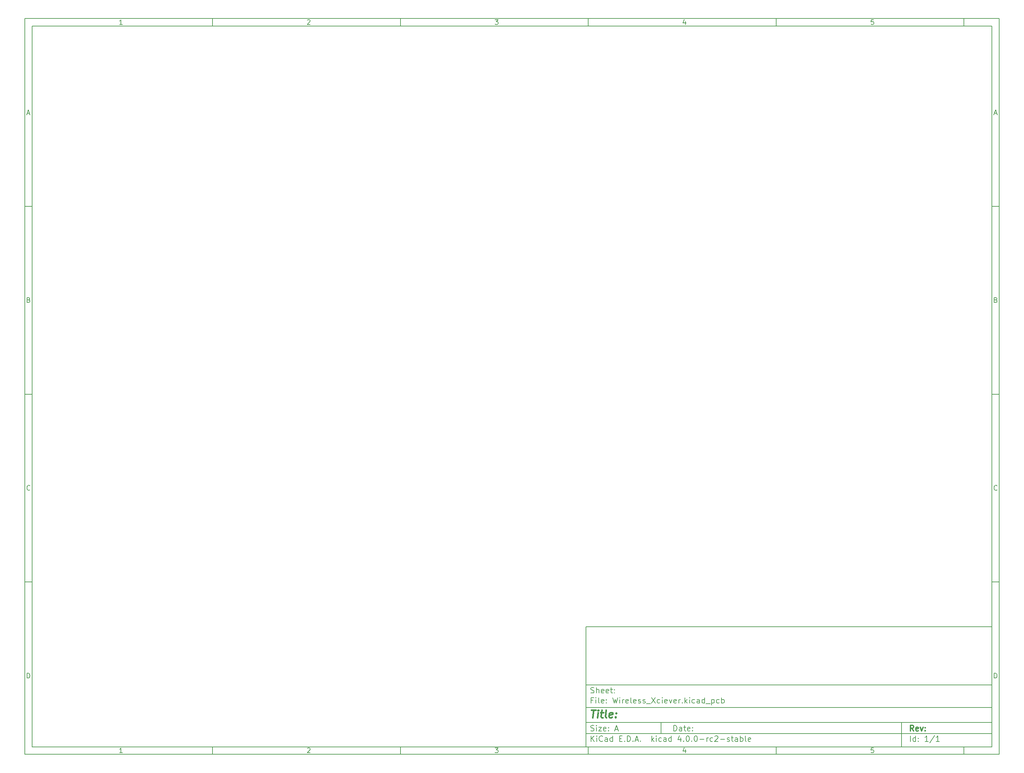
<source format=gbr>
G04 #@! TF.FileFunction,Other,ECO1*
%FSLAX46Y46*%
G04 Gerber Fmt 4.6, Leading zero omitted, Abs format (unit mm)*
G04 Created by KiCad (PCBNEW 4.0.0-rc2-stable) date 1/25/2016 6:21:02 PM*
%MOMM*%
G01*
G04 APERTURE LIST*
%ADD10C,0.100000*%
%ADD11C,0.150000*%
%ADD12C,0.300000*%
%ADD13C,0.400000*%
G04 APERTURE END LIST*
D10*
D11*
X159400000Y-171900000D02*
X159400000Y-203900000D01*
X267400000Y-203900000D01*
X267400000Y-171900000D01*
X159400000Y-171900000D01*
D10*
D11*
X10000000Y-10000000D02*
X10000000Y-205900000D01*
X269400000Y-205900000D01*
X269400000Y-10000000D01*
X10000000Y-10000000D01*
D10*
D11*
X12000000Y-12000000D02*
X12000000Y-203900000D01*
X267400000Y-203900000D01*
X267400000Y-12000000D01*
X12000000Y-12000000D01*
D10*
D11*
X60000000Y-12000000D02*
X60000000Y-10000000D01*
D10*
D11*
X110000000Y-12000000D02*
X110000000Y-10000000D01*
D10*
D11*
X160000000Y-12000000D02*
X160000000Y-10000000D01*
D10*
D11*
X210000000Y-12000000D02*
X210000000Y-10000000D01*
D10*
D11*
X260000000Y-12000000D02*
X260000000Y-10000000D01*
D10*
D11*
X35990476Y-11588095D02*
X35247619Y-11588095D01*
X35619048Y-11588095D02*
X35619048Y-10288095D01*
X35495238Y-10473810D01*
X35371429Y-10597619D01*
X35247619Y-10659524D01*
D10*
D11*
X85247619Y-10411905D02*
X85309524Y-10350000D01*
X85433333Y-10288095D01*
X85742857Y-10288095D01*
X85866667Y-10350000D01*
X85928571Y-10411905D01*
X85990476Y-10535714D01*
X85990476Y-10659524D01*
X85928571Y-10845238D01*
X85185714Y-11588095D01*
X85990476Y-11588095D01*
D10*
D11*
X135185714Y-10288095D02*
X135990476Y-10288095D01*
X135557143Y-10783333D01*
X135742857Y-10783333D01*
X135866667Y-10845238D01*
X135928571Y-10907143D01*
X135990476Y-11030952D01*
X135990476Y-11340476D01*
X135928571Y-11464286D01*
X135866667Y-11526190D01*
X135742857Y-11588095D01*
X135371429Y-11588095D01*
X135247619Y-11526190D01*
X135185714Y-11464286D01*
D10*
D11*
X185866667Y-10721429D02*
X185866667Y-11588095D01*
X185557143Y-10226190D02*
X185247619Y-11154762D01*
X186052381Y-11154762D01*
D10*
D11*
X235928571Y-10288095D02*
X235309524Y-10288095D01*
X235247619Y-10907143D01*
X235309524Y-10845238D01*
X235433333Y-10783333D01*
X235742857Y-10783333D01*
X235866667Y-10845238D01*
X235928571Y-10907143D01*
X235990476Y-11030952D01*
X235990476Y-11340476D01*
X235928571Y-11464286D01*
X235866667Y-11526190D01*
X235742857Y-11588095D01*
X235433333Y-11588095D01*
X235309524Y-11526190D01*
X235247619Y-11464286D01*
D10*
D11*
X60000000Y-203900000D02*
X60000000Y-205900000D01*
D10*
D11*
X110000000Y-203900000D02*
X110000000Y-205900000D01*
D10*
D11*
X160000000Y-203900000D02*
X160000000Y-205900000D01*
D10*
D11*
X210000000Y-203900000D02*
X210000000Y-205900000D01*
D10*
D11*
X260000000Y-203900000D02*
X260000000Y-205900000D01*
D10*
D11*
X35990476Y-205488095D02*
X35247619Y-205488095D01*
X35619048Y-205488095D02*
X35619048Y-204188095D01*
X35495238Y-204373810D01*
X35371429Y-204497619D01*
X35247619Y-204559524D01*
D10*
D11*
X85247619Y-204311905D02*
X85309524Y-204250000D01*
X85433333Y-204188095D01*
X85742857Y-204188095D01*
X85866667Y-204250000D01*
X85928571Y-204311905D01*
X85990476Y-204435714D01*
X85990476Y-204559524D01*
X85928571Y-204745238D01*
X85185714Y-205488095D01*
X85990476Y-205488095D01*
D10*
D11*
X135185714Y-204188095D02*
X135990476Y-204188095D01*
X135557143Y-204683333D01*
X135742857Y-204683333D01*
X135866667Y-204745238D01*
X135928571Y-204807143D01*
X135990476Y-204930952D01*
X135990476Y-205240476D01*
X135928571Y-205364286D01*
X135866667Y-205426190D01*
X135742857Y-205488095D01*
X135371429Y-205488095D01*
X135247619Y-205426190D01*
X135185714Y-205364286D01*
D10*
D11*
X185866667Y-204621429D02*
X185866667Y-205488095D01*
X185557143Y-204126190D02*
X185247619Y-205054762D01*
X186052381Y-205054762D01*
D10*
D11*
X235928571Y-204188095D02*
X235309524Y-204188095D01*
X235247619Y-204807143D01*
X235309524Y-204745238D01*
X235433333Y-204683333D01*
X235742857Y-204683333D01*
X235866667Y-204745238D01*
X235928571Y-204807143D01*
X235990476Y-204930952D01*
X235990476Y-205240476D01*
X235928571Y-205364286D01*
X235866667Y-205426190D01*
X235742857Y-205488095D01*
X235433333Y-205488095D01*
X235309524Y-205426190D01*
X235247619Y-205364286D01*
D10*
D11*
X10000000Y-60000000D02*
X12000000Y-60000000D01*
D10*
D11*
X10000000Y-110000000D02*
X12000000Y-110000000D01*
D10*
D11*
X10000000Y-160000000D02*
X12000000Y-160000000D01*
D10*
D11*
X10690476Y-35216667D02*
X11309524Y-35216667D01*
X10566667Y-35588095D02*
X11000000Y-34288095D01*
X11433333Y-35588095D01*
D10*
D11*
X11092857Y-84907143D02*
X11278571Y-84969048D01*
X11340476Y-85030952D01*
X11402381Y-85154762D01*
X11402381Y-85340476D01*
X11340476Y-85464286D01*
X11278571Y-85526190D01*
X11154762Y-85588095D01*
X10659524Y-85588095D01*
X10659524Y-84288095D01*
X11092857Y-84288095D01*
X11216667Y-84350000D01*
X11278571Y-84411905D01*
X11340476Y-84535714D01*
X11340476Y-84659524D01*
X11278571Y-84783333D01*
X11216667Y-84845238D01*
X11092857Y-84907143D01*
X10659524Y-84907143D01*
D10*
D11*
X11402381Y-135464286D02*
X11340476Y-135526190D01*
X11154762Y-135588095D01*
X11030952Y-135588095D01*
X10845238Y-135526190D01*
X10721429Y-135402381D01*
X10659524Y-135278571D01*
X10597619Y-135030952D01*
X10597619Y-134845238D01*
X10659524Y-134597619D01*
X10721429Y-134473810D01*
X10845238Y-134350000D01*
X11030952Y-134288095D01*
X11154762Y-134288095D01*
X11340476Y-134350000D01*
X11402381Y-134411905D01*
D10*
D11*
X10659524Y-185588095D02*
X10659524Y-184288095D01*
X10969048Y-184288095D01*
X11154762Y-184350000D01*
X11278571Y-184473810D01*
X11340476Y-184597619D01*
X11402381Y-184845238D01*
X11402381Y-185030952D01*
X11340476Y-185278571D01*
X11278571Y-185402381D01*
X11154762Y-185526190D01*
X10969048Y-185588095D01*
X10659524Y-185588095D01*
D10*
D11*
X269400000Y-60000000D02*
X267400000Y-60000000D01*
D10*
D11*
X269400000Y-110000000D02*
X267400000Y-110000000D01*
D10*
D11*
X269400000Y-160000000D02*
X267400000Y-160000000D01*
D10*
D11*
X268090476Y-35216667D02*
X268709524Y-35216667D01*
X267966667Y-35588095D02*
X268400000Y-34288095D01*
X268833333Y-35588095D01*
D10*
D11*
X268492857Y-84907143D02*
X268678571Y-84969048D01*
X268740476Y-85030952D01*
X268802381Y-85154762D01*
X268802381Y-85340476D01*
X268740476Y-85464286D01*
X268678571Y-85526190D01*
X268554762Y-85588095D01*
X268059524Y-85588095D01*
X268059524Y-84288095D01*
X268492857Y-84288095D01*
X268616667Y-84350000D01*
X268678571Y-84411905D01*
X268740476Y-84535714D01*
X268740476Y-84659524D01*
X268678571Y-84783333D01*
X268616667Y-84845238D01*
X268492857Y-84907143D01*
X268059524Y-84907143D01*
D10*
D11*
X268802381Y-135464286D02*
X268740476Y-135526190D01*
X268554762Y-135588095D01*
X268430952Y-135588095D01*
X268245238Y-135526190D01*
X268121429Y-135402381D01*
X268059524Y-135278571D01*
X267997619Y-135030952D01*
X267997619Y-134845238D01*
X268059524Y-134597619D01*
X268121429Y-134473810D01*
X268245238Y-134350000D01*
X268430952Y-134288095D01*
X268554762Y-134288095D01*
X268740476Y-134350000D01*
X268802381Y-134411905D01*
D10*
D11*
X268059524Y-185588095D02*
X268059524Y-184288095D01*
X268369048Y-184288095D01*
X268554762Y-184350000D01*
X268678571Y-184473810D01*
X268740476Y-184597619D01*
X268802381Y-184845238D01*
X268802381Y-185030952D01*
X268740476Y-185278571D01*
X268678571Y-185402381D01*
X268554762Y-185526190D01*
X268369048Y-185588095D01*
X268059524Y-185588095D01*
D10*
D11*
X182757143Y-199678571D02*
X182757143Y-198178571D01*
X183114286Y-198178571D01*
X183328571Y-198250000D01*
X183471429Y-198392857D01*
X183542857Y-198535714D01*
X183614286Y-198821429D01*
X183614286Y-199035714D01*
X183542857Y-199321429D01*
X183471429Y-199464286D01*
X183328571Y-199607143D01*
X183114286Y-199678571D01*
X182757143Y-199678571D01*
X184900000Y-199678571D02*
X184900000Y-198892857D01*
X184828571Y-198750000D01*
X184685714Y-198678571D01*
X184400000Y-198678571D01*
X184257143Y-198750000D01*
X184900000Y-199607143D02*
X184757143Y-199678571D01*
X184400000Y-199678571D01*
X184257143Y-199607143D01*
X184185714Y-199464286D01*
X184185714Y-199321429D01*
X184257143Y-199178571D01*
X184400000Y-199107143D01*
X184757143Y-199107143D01*
X184900000Y-199035714D01*
X185400000Y-198678571D02*
X185971429Y-198678571D01*
X185614286Y-198178571D02*
X185614286Y-199464286D01*
X185685714Y-199607143D01*
X185828572Y-199678571D01*
X185971429Y-199678571D01*
X187042857Y-199607143D02*
X186900000Y-199678571D01*
X186614286Y-199678571D01*
X186471429Y-199607143D01*
X186400000Y-199464286D01*
X186400000Y-198892857D01*
X186471429Y-198750000D01*
X186614286Y-198678571D01*
X186900000Y-198678571D01*
X187042857Y-198750000D01*
X187114286Y-198892857D01*
X187114286Y-199035714D01*
X186400000Y-199178571D01*
X187757143Y-199535714D02*
X187828571Y-199607143D01*
X187757143Y-199678571D01*
X187685714Y-199607143D01*
X187757143Y-199535714D01*
X187757143Y-199678571D01*
X187757143Y-198750000D02*
X187828571Y-198821429D01*
X187757143Y-198892857D01*
X187685714Y-198821429D01*
X187757143Y-198750000D01*
X187757143Y-198892857D01*
D10*
D11*
X159400000Y-200400000D02*
X267400000Y-200400000D01*
D10*
D11*
X160757143Y-202478571D02*
X160757143Y-200978571D01*
X161614286Y-202478571D02*
X160971429Y-201621429D01*
X161614286Y-200978571D02*
X160757143Y-201835714D01*
X162257143Y-202478571D02*
X162257143Y-201478571D01*
X162257143Y-200978571D02*
X162185714Y-201050000D01*
X162257143Y-201121429D01*
X162328571Y-201050000D01*
X162257143Y-200978571D01*
X162257143Y-201121429D01*
X163828572Y-202335714D02*
X163757143Y-202407143D01*
X163542857Y-202478571D01*
X163400000Y-202478571D01*
X163185715Y-202407143D01*
X163042857Y-202264286D01*
X162971429Y-202121429D01*
X162900000Y-201835714D01*
X162900000Y-201621429D01*
X162971429Y-201335714D01*
X163042857Y-201192857D01*
X163185715Y-201050000D01*
X163400000Y-200978571D01*
X163542857Y-200978571D01*
X163757143Y-201050000D01*
X163828572Y-201121429D01*
X165114286Y-202478571D02*
X165114286Y-201692857D01*
X165042857Y-201550000D01*
X164900000Y-201478571D01*
X164614286Y-201478571D01*
X164471429Y-201550000D01*
X165114286Y-202407143D02*
X164971429Y-202478571D01*
X164614286Y-202478571D01*
X164471429Y-202407143D01*
X164400000Y-202264286D01*
X164400000Y-202121429D01*
X164471429Y-201978571D01*
X164614286Y-201907143D01*
X164971429Y-201907143D01*
X165114286Y-201835714D01*
X166471429Y-202478571D02*
X166471429Y-200978571D01*
X166471429Y-202407143D02*
X166328572Y-202478571D01*
X166042858Y-202478571D01*
X165900000Y-202407143D01*
X165828572Y-202335714D01*
X165757143Y-202192857D01*
X165757143Y-201764286D01*
X165828572Y-201621429D01*
X165900000Y-201550000D01*
X166042858Y-201478571D01*
X166328572Y-201478571D01*
X166471429Y-201550000D01*
X168328572Y-201692857D02*
X168828572Y-201692857D01*
X169042858Y-202478571D02*
X168328572Y-202478571D01*
X168328572Y-200978571D01*
X169042858Y-200978571D01*
X169685715Y-202335714D02*
X169757143Y-202407143D01*
X169685715Y-202478571D01*
X169614286Y-202407143D01*
X169685715Y-202335714D01*
X169685715Y-202478571D01*
X170400001Y-202478571D02*
X170400001Y-200978571D01*
X170757144Y-200978571D01*
X170971429Y-201050000D01*
X171114287Y-201192857D01*
X171185715Y-201335714D01*
X171257144Y-201621429D01*
X171257144Y-201835714D01*
X171185715Y-202121429D01*
X171114287Y-202264286D01*
X170971429Y-202407143D01*
X170757144Y-202478571D01*
X170400001Y-202478571D01*
X171900001Y-202335714D02*
X171971429Y-202407143D01*
X171900001Y-202478571D01*
X171828572Y-202407143D01*
X171900001Y-202335714D01*
X171900001Y-202478571D01*
X172542858Y-202050000D02*
X173257144Y-202050000D01*
X172400001Y-202478571D02*
X172900001Y-200978571D01*
X173400001Y-202478571D01*
X173900001Y-202335714D02*
X173971429Y-202407143D01*
X173900001Y-202478571D01*
X173828572Y-202407143D01*
X173900001Y-202335714D01*
X173900001Y-202478571D01*
X176900001Y-202478571D02*
X176900001Y-200978571D01*
X177042858Y-201907143D02*
X177471429Y-202478571D01*
X177471429Y-201478571D02*
X176900001Y-202050000D01*
X178114287Y-202478571D02*
X178114287Y-201478571D01*
X178114287Y-200978571D02*
X178042858Y-201050000D01*
X178114287Y-201121429D01*
X178185715Y-201050000D01*
X178114287Y-200978571D01*
X178114287Y-201121429D01*
X179471430Y-202407143D02*
X179328573Y-202478571D01*
X179042859Y-202478571D01*
X178900001Y-202407143D01*
X178828573Y-202335714D01*
X178757144Y-202192857D01*
X178757144Y-201764286D01*
X178828573Y-201621429D01*
X178900001Y-201550000D01*
X179042859Y-201478571D01*
X179328573Y-201478571D01*
X179471430Y-201550000D01*
X180757144Y-202478571D02*
X180757144Y-201692857D01*
X180685715Y-201550000D01*
X180542858Y-201478571D01*
X180257144Y-201478571D01*
X180114287Y-201550000D01*
X180757144Y-202407143D02*
X180614287Y-202478571D01*
X180257144Y-202478571D01*
X180114287Y-202407143D01*
X180042858Y-202264286D01*
X180042858Y-202121429D01*
X180114287Y-201978571D01*
X180257144Y-201907143D01*
X180614287Y-201907143D01*
X180757144Y-201835714D01*
X182114287Y-202478571D02*
X182114287Y-200978571D01*
X182114287Y-202407143D02*
X181971430Y-202478571D01*
X181685716Y-202478571D01*
X181542858Y-202407143D01*
X181471430Y-202335714D01*
X181400001Y-202192857D01*
X181400001Y-201764286D01*
X181471430Y-201621429D01*
X181542858Y-201550000D01*
X181685716Y-201478571D01*
X181971430Y-201478571D01*
X182114287Y-201550000D01*
X184614287Y-201478571D02*
X184614287Y-202478571D01*
X184257144Y-200907143D02*
X183900001Y-201978571D01*
X184828573Y-201978571D01*
X185400001Y-202335714D02*
X185471429Y-202407143D01*
X185400001Y-202478571D01*
X185328572Y-202407143D01*
X185400001Y-202335714D01*
X185400001Y-202478571D01*
X186400001Y-200978571D02*
X186542858Y-200978571D01*
X186685715Y-201050000D01*
X186757144Y-201121429D01*
X186828573Y-201264286D01*
X186900001Y-201550000D01*
X186900001Y-201907143D01*
X186828573Y-202192857D01*
X186757144Y-202335714D01*
X186685715Y-202407143D01*
X186542858Y-202478571D01*
X186400001Y-202478571D01*
X186257144Y-202407143D01*
X186185715Y-202335714D01*
X186114287Y-202192857D01*
X186042858Y-201907143D01*
X186042858Y-201550000D01*
X186114287Y-201264286D01*
X186185715Y-201121429D01*
X186257144Y-201050000D01*
X186400001Y-200978571D01*
X187542858Y-202335714D02*
X187614286Y-202407143D01*
X187542858Y-202478571D01*
X187471429Y-202407143D01*
X187542858Y-202335714D01*
X187542858Y-202478571D01*
X188542858Y-200978571D02*
X188685715Y-200978571D01*
X188828572Y-201050000D01*
X188900001Y-201121429D01*
X188971430Y-201264286D01*
X189042858Y-201550000D01*
X189042858Y-201907143D01*
X188971430Y-202192857D01*
X188900001Y-202335714D01*
X188828572Y-202407143D01*
X188685715Y-202478571D01*
X188542858Y-202478571D01*
X188400001Y-202407143D01*
X188328572Y-202335714D01*
X188257144Y-202192857D01*
X188185715Y-201907143D01*
X188185715Y-201550000D01*
X188257144Y-201264286D01*
X188328572Y-201121429D01*
X188400001Y-201050000D01*
X188542858Y-200978571D01*
X189685715Y-201907143D02*
X190828572Y-201907143D01*
X191542858Y-202478571D02*
X191542858Y-201478571D01*
X191542858Y-201764286D02*
X191614286Y-201621429D01*
X191685715Y-201550000D01*
X191828572Y-201478571D01*
X191971429Y-201478571D01*
X193114286Y-202407143D02*
X192971429Y-202478571D01*
X192685715Y-202478571D01*
X192542857Y-202407143D01*
X192471429Y-202335714D01*
X192400000Y-202192857D01*
X192400000Y-201764286D01*
X192471429Y-201621429D01*
X192542857Y-201550000D01*
X192685715Y-201478571D01*
X192971429Y-201478571D01*
X193114286Y-201550000D01*
X193685714Y-201121429D02*
X193757143Y-201050000D01*
X193900000Y-200978571D01*
X194257143Y-200978571D01*
X194400000Y-201050000D01*
X194471429Y-201121429D01*
X194542857Y-201264286D01*
X194542857Y-201407143D01*
X194471429Y-201621429D01*
X193614286Y-202478571D01*
X194542857Y-202478571D01*
X195185714Y-201907143D02*
X196328571Y-201907143D01*
X196971428Y-202407143D02*
X197114285Y-202478571D01*
X197400000Y-202478571D01*
X197542857Y-202407143D01*
X197614285Y-202264286D01*
X197614285Y-202192857D01*
X197542857Y-202050000D01*
X197400000Y-201978571D01*
X197185714Y-201978571D01*
X197042857Y-201907143D01*
X196971428Y-201764286D01*
X196971428Y-201692857D01*
X197042857Y-201550000D01*
X197185714Y-201478571D01*
X197400000Y-201478571D01*
X197542857Y-201550000D01*
X198042857Y-201478571D02*
X198614286Y-201478571D01*
X198257143Y-200978571D02*
X198257143Y-202264286D01*
X198328571Y-202407143D01*
X198471429Y-202478571D01*
X198614286Y-202478571D01*
X199757143Y-202478571D02*
X199757143Y-201692857D01*
X199685714Y-201550000D01*
X199542857Y-201478571D01*
X199257143Y-201478571D01*
X199114286Y-201550000D01*
X199757143Y-202407143D02*
X199614286Y-202478571D01*
X199257143Y-202478571D01*
X199114286Y-202407143D01*
X199042857Y-202264286D01*
X199042857Y-202121429D01*
X199114286Y-201978571D01*
X199257143Y-201907143D01*
X199614286Y-201907143D01*
X199757143Y-201835714D01*
X200471429Y-202478571D02*
X200471429Y-200978571D01*
X200471429Y-201550000D02*
X200614286Y-201478571D01*
X200900000Y-201478571D01*
X201042857Y-201550000D01*
X201114286Y-201621429D01*
X201185715Y-201764286D01*
X201185715Y-202192857D01*
X201114286Y-202335714D01*
X201042857Y-202407143D01*
X200900000Y-202478571D01*
X200614286Y-202478571D01*
X200471429Y-202407143D01*
X202042858Y-202478571D02*
X201900000Y-202407143D01*
X201828572Y-202264286D01*
X201828572Y-200978571D01*
X203185714Y-202407143D02*
X203042857Y-202478571D01*
X202757143Y-202478571D01*
X202614286Y-202407143D01*
X202542857Y-202264286D01*
X202542857Y-201692857D01*
X202614286Y-201550000D01*
X202757143Y-201478571D01*
X203042857Y-201478571D01*
X203185714Y-201550000D01*
X203257143Y-201692857D01*
X203257143Y-201835714D01*
X202542857Y-201978571D01*
D10*
D11*
X159400000Y-197400000D02*
X267400000Y-197400000D01*
D10*
D12*
X246614286Y-199678571D02*
X246114286Y-198964286D01*
X245757143Y-199678571D02*
X245757143Y-198178571D01*
X246328571Y-198178571D01*
X246471429Y-198250000D01*
X246542857Y-198321429D01*
X246614286Y-198464286D01*
X246614286Y-198678571D01*
X246542857Y-198821429D01*
X246471429Y-198892857D01*
X246328571Y-198964286D01*
X245757143Y-198964286D01*
X247828571Y-199607143D02*
X247685714Y-199678571D01*
X247400000Y-199678571D01*
X247257143Y-199607143D01*
X247185714Y-199464286D01*
X247185714Y-198892857D01*
X247257143Y-198750000D01*
X247400000Y-198678571D01*
X247685714Y-198678571D01*
X247828571Y-198750000D01*
X247900000Y-198892857D01*
X247900000Y-199035714D01*
X247185714Y-199178571D01*
X248400000Y-198678571D02*
X248757143Y-199678571D01*
X249114285Y-198678571D01*
X249685714Y-199535714D02*
X249757142Y-199607143D01*
X249685714Y-199678571D01*
X249614285Y-199607143D01*
X249685714Y-199535714D01*
X249685714Y-199678571D01*
X249685714Y-198750000D02*
X249757142Y-198821429D01*
X249685714Y-198892857D01*
X249614285Y-198821429D01*
X249685714Y-198750000D01*
X249685714Y-198892857D01*
D10*
D11*
X160685714Y-199607143D02*
X160900000Y-199678571D01*
X161257143Y-199678571D01*
X161400000Y-199607143D01*
X161471429Y-199535714D01*
X161542857Y-199392857D01*
X161542857Y-199250000D01*
X161471429Y-199107143D01*
X161400000Y-199035714D01*
X161257143Y-198964286D01*
X160971429Y-198892857D01*
X160828571Y-198821429D01*
X160757143Y-198750000D01*
X160685714Y-198607143D01*
X160685714Y-198464286D01*
X160757143Y-198321429D01*
X160828571Y-198250000D01*
X160971429Y-198178571D01*
X161328571Y-198178571D01*
X161542857Y-198250000D01*
X162185714Y-199678571D02*
X162185714Y-198678571D01*
X162185714Y-198178571D02*
X162114285Y-198250000D01*
X162185714Y-198321429D01*
X162257142Y-198250000D01*
X162185714Y-198178571D01*
X162185714Y-198321429D01*
X162757143Y-198678571D02*
X163542857Y-198678571D01*
X162757143Y-199678571D01*
X163542857Y-199678571D01*
X164685714Y-199607143D02*
X164542857Y-199678571D01*
X164257143Y-199678571D01*
X164114286Y-199607143D01*
X164042857Y-199464286D01*
X164042857Y-198892857D01*
X164114286Y-198750000D01*
X164257143Y-198678571D01*
X164542857Y-198678571D01*
X164685714Y-198750000D01*
X164757143Y-198892857D01*
X164757143Y-199035714D01*
X164042857Y-199178571D01*
X165400000Y-199535714D02*
X165471428Y-199607143D01*
X165400000Y-199678571D01*
X165328571Y-199607143D01*
X165400000Y-199535714D01*
X165400000Y-199678571D01*
X165400000Y-198750000D02*
X165471428Y-198821429D01*
X165400000Y-198892857D01*
X165328571Y-198821429D01*
X165400000Y-198750000D01*
X165400000Y-198892857D01*
X167185714Y-199250000D02*
X167900000Y-199250000D01*
X167042857Y-199678571D02*
X167542857Y-198178571D01*
X168042857Y-199678571D01*
D10*
D11*
X245757143Y-202478571D02*
X245757143Y-200978571D01*
X247114286Y-202478571D02*
X247114286Y-200978571D01*
X247114286Y-202407143D02*
X246971429Y-202478571D01*
X246685715Y-202478571D01*
X246542857Y-202407143D01*
X246471429Y-202335714D01*
X246400000Y-202192857D01*
X246400000Y-201764286D01*
X246471429Y-201621429D01*
X246542857Y-201550000D01*
X246685715Y-201478571D01*
X246971429Y-201478571D01*
X247114286Y-201550000D01*
X247828572Y-202335714D02*
X247900000Y-202407143D01*
X247828572Y-202478571D01*
X247757143Y-202407143D01*
X247828572Y-202335714D01*
X247828572Y-202478571D01*
X247828572Y-201550000D02*
X247900000Y-201621429D01*
X247828572Y-201692857D01*
X247757143Y-201621429D01*
X247828572Y-201550000D01*
X247828572Y-201692857D01*
X250471429Y-202478571D02*
X249614286Y-202478571D01*
X250042858Y-202478571D02*
X250042858Y-200978571D01*
X249900001Y-201192857D01*
X249757143Y-201335714D01*
X249614286Y-201407143D01*
X252185714Y-200907143D02*
X250900000Y-202835714D01*
X253471429Y-202478571D02*
X252614286Y-202478571D01*
X253042858Y-202478571D02*
X253042858Y-200978571D01*
X252900001Y-201192857D01*
X252757143Y-201335714D01*
X252614286Y-201407143D01*
D10*
D11*
X159400000Y-193400000D02*
X267400000Y-193400000D01*
D10*
D13*
X160852381Y-194104762D02*
X161995238Y-194104762D01*
X161173810Y-196104762D02*
X161423810Y-194104762D01*
X162411905Y-196104762D02*
X162578571Y-194771429D01*
X162661905Y-194104762D02*
X162554762Y-194200000D01*
X162638095Y-194295238D01*
X162745239Y-194200000D01*
X162661905Y-194104762D01*
X162638095Y-194295238D01*
X163245238Y-194771429D02*
X164007143Y-194771429D01*
X163614286Y-194104762D02*
X163400000Y-195819048D01*
X163471430Y-196009524D01*
X163650001Y-196104762D01*
X163840477Y-196104762D01*
X164792858Y-196104762D02*
X164614287Y-196009524D01*
X164542857Y-195819048D01*
X164757143Y-194104762D01*
X166328572Y-196009524D02*
X166126191Y-196104762D01*
X165745239Y-196104762D01*
X165566667Y-196009524D01*
X165495238Y-195819048D01*
X165590476Y-195057143D01*
X165709524Y-194866667D01*
X165911905Y-194771429D01*
X166292857Y-194771429D01*
X166471429Y-194866667D01*
X166542857Y-195057143D01*
X166519048Y-195247619D01*
X165542857Y-195438095D01*
X167292857Y-195914286D02*
X167376192Y-196009524D01*
X167269048Y-196104762D01*
X167185715Y-196009524D01*
X167292857Y-195914286D01*
X167269048Y-196104762D01*
X167423810Y-194866667D02*
X167507144Y-194961905D01*
X167400000Y-195057143D01*
X167316667Y-194961905D01*
X167423810Y-194866667D01*
X167400000Y-195057143D01*
D10*
D11*
X161257143Y-191492857D02*
X160757143Y-191492857D01*
X160757143Y-192278571D02*
X160757143Y-190778571D01*
X161471429Y-190778571D01*
X162042857Y-192278571D02*
X162042857Y-191278571D01*
X162042857Y-190778571D02*
X161971428Y-190850000D01*
X162042857Y-190921429D01*
X162114285Y-190850000D01*
X162042857Y-190778571D01*
X162042857Y-190921429D01*
X162971429Y-192278571D02*
X162828571Y-192207143D01*
X162757143Y-192064286D01*
X162757143Y-190778571D01*
X164114285Y-192207143D02*
X163971428Y-192278571D01*
X163685714Y-192278571D01*
X163542857Y-192207143D01*
X163471428Y-192064286D01*
X163471428Y-191492857D01*
X163542857Y-191350000D01*
X163685714Y-191278571D01*
X163971428Y-191278571D01*
X164114285Y-191350000D01*
X164185714Y-191492857D01*
X164185714Y-191635714D01*
X163471428Y-191778571D01*
X164828571Y-192135714D02*
X164899999Y-192207143D01*
X164828571Y-192278571D01*
X164757142Y-192207143D01*
X164828571Y-192135714D01*
X164828571Y-192278571D01*
X164828571Y-191350000D02*
X164899999Y-191421429D01*
X164828571Y-191492857D01*
X164757142Y-191421429D01*
X164828571Y-191350000D01*
X164828571Y-191492857D01*
X166542857Y-190778571D02*
X166900000Y-192278571D01*
X167185714Y-191207143D01*
X167471428Y-192278571D01*
X167828571Y-190778571D01*
X168400000Y-192278571D02*
X168400000Y-191278571D01*
X168400000Y-190778571D02*
X168328571Y-190850000D01*
X168400000Y-190921429D01*
X168471428Y-190850000D01*
X168400000Y-190778571D01*
X168400000Y-190921429D01*
X169114286Y-192278571D02*
X169114286Y-191278571D01*
X169114286Y-191564286D02*
X169185714Y-191421429D01*
X169257143Y-191350000D01*
X169400000Y-191278571D01*
X169542857Y-191278571D01*
X170614285Y-192207143D02*
X170471428Y-192278571D01*
X170185714Y-192278571D01*
X170042857Y-192207143D01*
X169971428Y-192064286D01*
X169971428Y-191492857D01*
X170042857Y-191350000D01*
X170185714Y-191278571D01*
X170471428Y-191278571D01*
X170614285Y-191350000D01*
X170685714Y-191492857D01*
X170685714Y-191635714D01*
X169971428Y-191778571D01*
X171542857Y-192278571D02*
X171399999Y-192207143D01*
X171328571Y-192064286D01*
X171328571Y-190778571D01*
X172685713Y-192207143D02*
X172542856Y-192278571D01*
X172257142Y-192278571D01*
X172114285Y-192207143D01*
X172042856Y-192064286D01*
X172042856Y-191492857D01*
X172114285Y-191350000D01*
X172257142Y-191278571D01*
X172542856Y-191278571D01*
X172685713Y-191350000D01*
X172757142Y-191492857D01*
X172757142Y-191635714D01*
X172042856Y-191778571D01*
X173328570Y-192207143D02*
X173471427Y-192278571D01*
X173757142Y-192278571D01*
X173899999Y-192207143D01*
X173971427Y-192064286D01*
X173971427Y-191992857D01*
X173899999Y-191850000D01*
X173757142Y-191778571D01*
X173542856Y-191778571D01*
X173399999Y-191707143D01*
X173328570Y-191564286D01*
X173328570Y-191492857D01*
X173399999Y-191350000D01*
X173542856Y-191278571D01*
X173757142Y-191278571D01*
X173899999Y-191350000D01*
X174542856Y-192207143D02*
X174685713Y-192278571D01*
X174971428Y-192278571D01*
X175114285Y-192207143D01*
X175185713Y-192064286D01*
X175185713Y-191992857D01*
X175114285Y-191850000D01*
X174971428Y-191778571D01*
X174757142Y-191778571D01*
X174614285Y-191707143D01*
X174542856Y-191564286D01*
X174542856Y-191492857D01*
X174614285Y-191350000D01*
X174757142Y-191278571D01*
X174971428Y-191278571D01*
X175114285Y-191350000D01*
X175471428Y-192421429D02*
X176614285Y-192421429D01*
X176828571Y-190778571D02*
X177828571Y-192278571D01*
X177828571Y-190778571D02*
X176828571Y-192278571D01*
X179042856Y-192207143D02*
X178899999Y-192278571D01*
X178614285Y-192278571D01*
X178471427Y-192207143D01*
X178399999Y-192135714D01*
X178328570Y-191992857D01*
X178328570Y-191564286D01*
X178399999Y-191421429D01*
X178471427Y-191350000D01*
X178614285Y-191278571D01*
X178899999Y-191278571D01*
X179042856Y-191350000D01*
X179685713Y-192278571D02*
X179685713Y-191278571D01*
X179685713Y-190778571D02*
X179614284Y-190850000D01*
X179685713Y-190921429D01*
X179757141Y-190850000D01*
X179685713Y-190778571D01*
X179685713Y-190921429D01*
X180971427Y-192207143D02*
X180828570Y-192278571D01*
X180542856Y-192278571D01*
X180399999Y-192207143D01*
X180328570Y-192064286D01*
X180328570Y-191492857D01*
X180399999Y-191350000D01*
X180542856Y-191278571D01*
X180828570Y-191278571D01*
X180971427Y-191350000D01*
X181042856Y-191492857D01*
X181042856Y-191635714D01*
X180328570Y-191778571D01*
X181542856Y-191278571D02*
X181899999Y-192278571D01*
X182257141Y-191278571D01*
X183399998Y-192207143D02*
X183257141Y-192278571D01*
X182971427Y-192278571D01*
X182828570Y-192207143D01*
X182757141Y-192064286D01*
X182757141Y-191492857D01*
X182828570Y-191350000D01*
X182971427Y-191278571D01*
X183257141Y-191278571D01*
X183399998Y-191350000D01*
X183471427Y-191492857D01*
X183471427Y-191635714D01*
X182757141Y-191778571D01*
X184114284Y-192278571D02*
X184114284Y-191278571D01*
X184114284Y-191564286D02*
X184185712Y-191421429D01*
X184257141Y-191350000D01*
X184399998Y-191278571D01*
X184542855Y-191278571D01*
X185042855Y-192135714D02*
X185114283Y-192207143D01*
X185042855Y-192278571D01*
X184971426Y-192207143D01*
X185042855Y-192135714D01*
X185042855Y-192278571D01*
X185757141Y-192278571D02*
X185757141Y-190778571D01*
X185899998Y-191707143D02*
X186328569Y-192278571D01*
X186328569Y-191278571D02*
X185757141Y-191850000D01*
X186971427Y-192278571D02*
X186971427Y-191278571D01*
X186971427Y-190778571D02*
X186899998Y-190850000D01*
X186971427Y-190921429D01*
X187042855Y-190850000D01*
X186971427Y-190778571D01*
X186971427Y-190921429D01*
X188328570Y-192207143D02*
X188185713Y-192278571D01*
X187899999Y-192278571D01*
X187757141Y-192207143D01*
X187685713Y-192135714D01*
X187614284Y-191992857D01*
X187614284Y-191564286D01*
X187685713Y-191421429D01*
X187757141Y-191350000D01*
X187899999Y-191278571D01*
X188185713Y-191278571D01*
X188328570Y-191350000D01*
X189614284Y-192278571D02*
X189614284Y-191492857D01*
X189542855Y-191350000D01*
X189399998Y-191278571D01*
X189114284Y-191278571D01*
X188971427Y-191350000D01*
X189614284Y-192207143D02*
X189471427Y-192278571D01*
X189114284Y-192278571D01*
X188971427Y-192207143D01*
X188899998Y-192064286D01*
X188899998Y-191921429D01*
X188971427Y-191778571D01*
X189114284Y-191707143D01*
X189471427Y-191707143D01*
X189614284Y-191635714D01*
X190971427Y-192278571D02*
X190971427Y-190778571D01*
X190971427Y-192207143D02*
X190828570Y-192278571D01*
X190542856Y-192278571D01*
X190399998Y-192207143D01*
X190328570Y-192135714D01*
X190257141Y-191992857D01*
X190257141Y-191564286D01*
X190328570Y-191421429D01*
X190399998Y-191350000D01*
X190542856Y-191278571D01*
X190828570Y-191278571D01*
X190971427Y-191350000D01*
X191328570Y-192421429D02*
X192471427Y-192421429D01*
X192828570Y-191278571D02*
X192828570Y-192778571D01*
X192828570Y-191350000D02*
X192971427Y-191278571D01*
X193257141Y-191278571D01*
X193399998Y-191350000D01*
X193471427Y-191421429D01*
X193542856Y-191564286D01*
X193542856Y-191992857D01*
X193471427Y-192135714D01*
X193399998Y-192207143D01*
X193257141Y-192278571D01*
X192971427Y-192278571D01*
X192828570Y-192207143D01*
X194828570Y-192207143D02*
X194685713Y-192278571D01*
X194399999Y-192278571D01*
X194257141Y-192207143D01*
X194185713Y-192135714D01*
X194114284Y-191992857D01*
X194114284Y-191564286D01*
X194185713Y-191421429D01*
X194257141Y-191350000D01*
X194399999Y-191278571D01*
X194685713Y-191278571D01*
X194828570Y-191350000D01*
X195471427Y-192278571D02*
X195471427Y-190778571D01*
X195471427Y-191350000D02*
X195614284Y-191278571D01*
X195899998Y-191278571D01*
X196042855Y-191350000D01*
X196114284Y-191421429D01*
X196185713Y-191564286D01*
X196185713Y-191992857D01*
X196114284Y-192135714D01*
X196042855Y-192207143D01*
X195899998Y-192278571D01*
X195614284Y-192278571D01*
X195471427Y-192207143D01*
D10*
D11*
X159400000Y-187400000D02*
X267400000Y-187400000D01*
D10*
D11*
X160685714Y-189507143D02*
X160900000Y-189578571D01*
X161257143Y-189578571D01*
X161400000Y-189507143D01*
X161471429Y-189435714D01*
X161542857Y-189292857D01*
X161542857Y-189150000D01*
X161471429Y-189007143D01*
X161400000Y-188935714D01*
X161257143Y-188864286D01*
X160971429Y-188792857D01*
X160828571Y-188721429D01*
X160757143Y-188650000D01*
X160685714Y-188507143D01*
X160685714Y-188364286D01*
X160757143Y-188221429D01*
X160828571Y-188150000D01*
X160971429Y-188078571D01*
X161328571Y-188078571D01*
X161542857Y-188150000D01*
X162185714Y-189578571D02*
X162185714Y-188078571D01*
X162828571Y-189578571D02*
X162828571Y-188792857D01*
X162757142Y-188650000D01*
X162614285Y-188578571D01*
X162400000Y-188578571D01*
X162257142Y-188650000D01*
X162185714Y-188721429D01*
X164114285Y-189507143D02*
X163971428Y-189578571D01*
X163685714Y-189578571D01*
X163542857Y-189507143D01*
X163471428Y-189364286D01*
X163471428Y-188792857D01*
X163542857Y-188650000D01*
X163685714Y-188578571D01*
X163971428Y-188578571D01*
X164114285Y-188650000D01*
X164185714Y-188792857D01*
X164185714Y-188935714D01*
X163471428Y-189078571D01*
X165399999Y-189507143D02*
X165257142Y-189578571D01*
X164971428Y-189578571D01*
X164828571Y-189507143D01*
X164757142Y-189364286D01*
X164757142Y-188792857D01*
X164828571Y-188650000D01*
X164971428Y-188578571D01*
X165257142Y-188578571D01*
X165399999Y-188650000D01*
X165471428Y-188792857D01*
X165471428Y-188935714D01*
X164757142Y-189078571D01*
X165899999Y-188578571D02*
X166471428Y-188578571D01*
X166114285Y-188078571D02*
X166114285Y-189364286D01*
X166185713Y-189507143D01*
X166328571Y-189578571D01*
X166471428Y-189578571D01*
X166971428Y-189435714D02*
X167042856Y-189507143D01*
X166971428Y-189578571D01*
X166899999Y-189507143D01*
X166971428Y-189435714D01*
X166971428Y-189578571D01*
X166971428Y-188650000D02*
X167042856Y-188721429D01*
X166971428Y-188792857D01*
X166899999Y-188721429D01*
X166971428Y-188650000D01*
X166971428Y-188792857D01*
D10*
D11*
X179400000Y-197400000D02*
X179400000Y-200400000D01*
D10*
D11*
X243400000Y-197400000D02*
X243400000Y-203900000D01*
M02*

</source>
